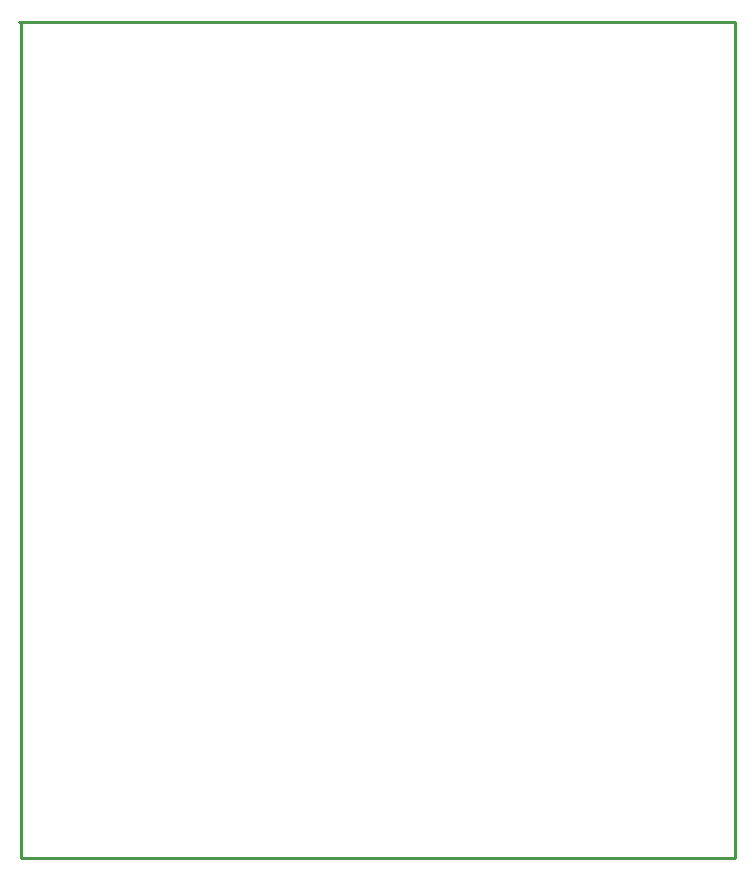
<source format=gko>
G04 Layer: BoardOutlineLayer*
G04 EasyEDA v6.5.23, 2023-05-29 03:48:35*
G04 b1c44b26816341a292666476a3caf7de,51573694c6ad4d119dcc01f1d09fdc26,10*
G04 Gerber Generator version 0.2*
G04 Scale: 100 percent, Rotated: No, Reflected: No *
G04 Dimensions in millimeters *
G04 leading zeros omitted , absolute positions ,4 integer and 5 decimal *
%FSLAX45Y45*%
%MOMM*%

%ADD10C,0.2540*%
D10*
X7759700Y7073900D02*
G01*
X7772400Y7073900D01*
X13817600Y7073900D01*
X13817600Y0D01*
X7772400Y0D01*
X7772400Y7035800D01*
X7772400Y7073900D01*

%LPD*%
M02*

</source>
